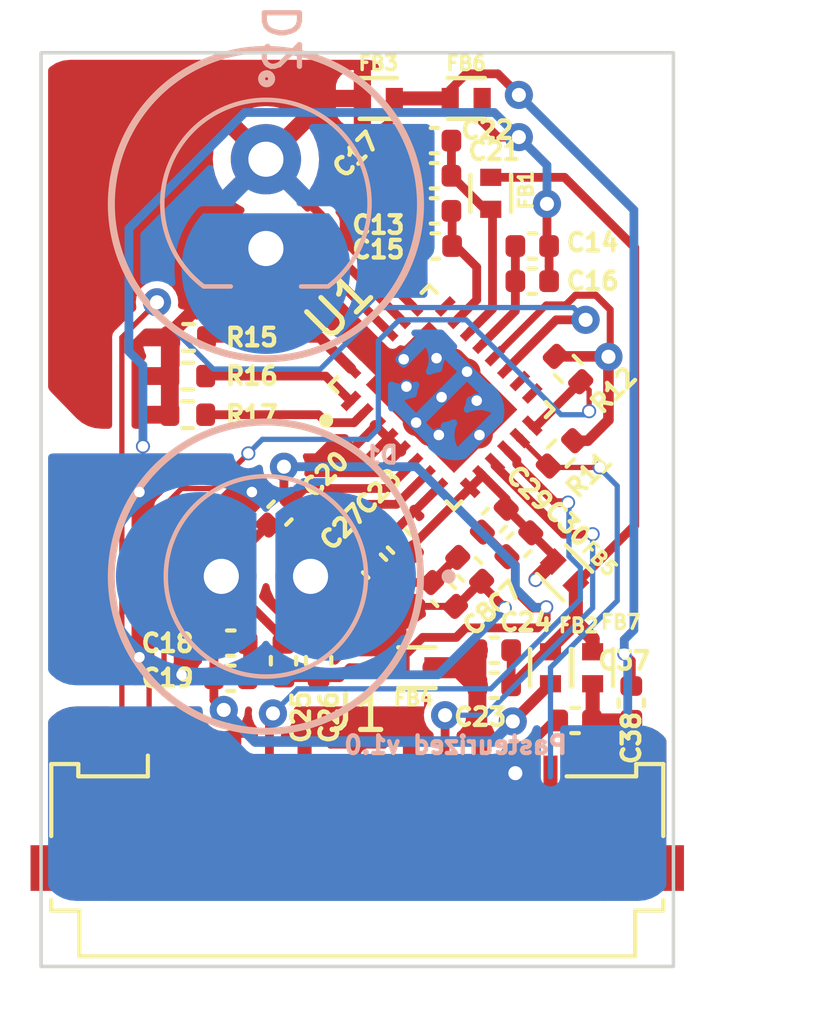
<source format=kicad_pcb>
(kicad_pcb (version 20211014) (generator pcbnew)
  (layers (0 "F.Cu" signal) (1 "In1.Cu" power) (2 "In2.Cu" power) (31 "B.Cu" signal) (34 "B.Paste" user) (35 "F.Paste" user) (36 "B.SilkS" user "B.Silkscreen") (37 "F.SilkS" user "F.Silkscreen") (38 "B.Mask" user) (39 "F.Mask" user) (44 "Edge.Cuts" user))
  (net 0 "")
  (net 1 "/AVDD_DUT_3P3V")
  (net 2 "GND1")
  (net 3 "/VDD_3P3")
  (net 4 "GND3")
  (net 5 "GND")
  (net 6 "/VDD_LED")
  (net 7 "GND2")
  (net 8 "/IOVDD_DUT")
  (net 9 "/VDD_EXT_3P3")
  (net 10 "/SCL_S")
  (net 11 "/SDA_S")
  (net 12 "/GP1")
  (net 13 "/GP2")
  (net 16 "/VSYNC_RST")
  (net 17 "Net-(D1-PadC)")
  (net 18 "Net-(D2-Pad2)")
  (net 19 "Net-(R15-Pad2)")
  (net 20 "Net-(R16-Pad2)")
  (net 21 "Net-(R17-Pad2)")
  (net 22 "Net-(C13-Pad2)")
  (net 23 "Net-(C14-Pad1)")
  (net 24 "Net-(C17-Pad2)")
  (footprint "Capacitor_SMD:C_0402_1005Metric" (layer "F.Cu") (at 137.8 76.7 180)
    (fp_text reference "C21")
    (fp_text value "1uF")
  )
  (footprint "Capacitor_SMD:C_0402_1005Metric" (layer "F.Cu") (at 136.0929 87.8071 135)
    (fp_text reference "C27")
    (fp_text value "1uF")
  )
  (footprint "Capacitor_SMD:C_0402_1005Metric" (layer "F.Cu") (at 132 91 180)
    (fp_text reference "C19")
    (fp_text value "1uF")
  )
  (footprint "Capacitor_SMD:C_0402_1005Metric" (layer "F.Cu") (at 140.58 78.7)
    (fp_text reference "C14")
    (fp_text value "100nF")
  )
  (footprint "Capacitor_SMD:C_0402_1005Metric" (layer "F.Cu") (at 133.5 90.5 -90)
    (fp_text reference "C25")
    (fp_text value "1uF")
  )
  (footprint "Capacitor_SMD:C_0402_1005Metric" (layer "F.Cu") (at 138.8 87.9 -45)
    (fp_text reference "C7")
    (fp_text value "100nF")
  )
  (footprint "Capacitor_SMD:C_0402_1005Metric" (layer "F.Cu") (at 139.5 91.2 180)
    (fp_text reference "C23")
    (fp_text value "1uF")
  )
  (footprint "Capacitor_SMD:C_0402_1005Metric" (layer "F.Cu") (at 136.8 87.1 -45)
    (fp_text reference "C28")
    (fp_text value "100nF")
  )
  (footprint "Resistor_SMD:R_0402_1005Metric" (layer "F.Cu") (at 141.6 82.2 135)
    (fp_text reference "R12")
    (fp_text value "2.2k")
  )
  (footprint "Capacitor_SMD:C_0402_1005Metric" (layer "F.Cu") (at 140.2 87.2 45)
    (fp_text reference "C30")
    (fp_text value "100nF")
  )
  (footprint "Capacitor_SMD:C_0201_0603Metric" (layer "F.Cu") (at 134.434315 77.234314 -135)
    (fp_text reference "C17")
    (fp_text value "6pF")
  )
  (footprint "Resistor_SMD:R_0402_1005Metric" (layer "F.Cu") (at 141.4 84.6 45)
    (fp_text reference "R11")
    (fp_text value "2.2k")
  )
  (footprint "Capacitor_SMD:C_0402_1005Metric" (layer "F.Cu") (at 138.0575 88.6142 135)
    (fp_text reference "C8")
    (fp_text value "100nF")
  )
  (footprint "Capacitor_SMD:C_0402_1005Metric" (layer "F.Cu") (at 132 90)
    (fp_text reference "C18")
    (fp_text value "100nF")
  )
  (footprint "Capacitor_SMD:C_0402_1005Metric" (layer "F.Cu") (at 137.82 78.7 180)
    (fp_text reference "C15")
    (fp_text value "1uF")
  )
  (footprint "BEADC1005X50N:BEADC1005X50N" (layer "F.Cu") (at 142.3 90.7 -90)
    (fp_text reference "FB7")
    (fp_text value "FerriteBead_Small")
  )
  (footprint "BEADC1005X50N:BEADC1005X50N" (layer "F.Cu") (at 141.5 88 135)
    (fp_text reference "FB5")
    (fp_text value "FerriteBead_Small")
  )
  (footprint "Resistor_SMD:R_0402_1005Metric" (layer "F.Cu") (at 130.775 83.5)
    (fp_text reference "R17")
    (fp_text value "0")
  )
  (footprint "BEADC1005X50N:BEADC1005X50N" (layer "F.Cu") (at 137.3 90.7 180)
    (fp_text reference "FB4")
    (fp_text value "FerriteBead_Small")
  )
  (footprint "Capacitor_SMD:C_0402_1005Metric" (layer "F.Cu") (at 133.4 86.3 -135)
    (fp_text reference "C20")
    (fp_text value "1uF")
  )
  (footprint "OPT3101RHFR:IC_OPT3101RHFR" (layer "F.Cu") (at 138 83 45)
    (fp_text reference "U1")
    (fp_text value "OPT3101RHFR")
  )
  (footprint "Capacitor_SMD:C_0402_1005Metric" (layer "F.Cu") (at 134.5 90.5 90)
    (fp_text reference "C26")
    (fp_text value "100nF")
  )
  (footprint "Capacitor_SMD:C_0402_1005Metric" (layer "F.Cu") (at 137.8 77.7)
    (fp_text reference "C13")
    (fp_text value "100nF")
  )
  (footprint "BEADC1005X50N:BEADC1005X50N" (layer "F.Cu") (at 141.1 90.7 -90)
    (fp_text reference "FB2")
    (fp_text value "FerriteBead_Small")
  )
  (footprint "BEADC1005X50N:BEADC1005X50N" (layer "F.Cu") (at 136.2 74.5 180)
    (fp_text reference "FB3")
    (fp_text value "FerriteBead_Small")
  )
  (footprint "BEADC1005X50N:BEADC1005X50N" (layer "F.Cu") (at 138.7 74.5)
    (fp_text reference "FB6")
    (fp_text value "FerriteBead_Small")
  )
  (footprint "BEADC1005X50N:BEADC1005X50N" (layer "F.Cu") (at 139.4 77.2 -90)
    (fp_text reference "FB1")
    (fp_text value "FerriteBead_Small")
  )
  (footprint "Capacitor_SMD:C_0402_1005Metric" (layer "F.Cu") (at 143.4 91.7 90)
    (fp_text reference "C37")
    (fp_text value "1uF")
  )
  (footprint "Resistor_SMD:R_0402_1005Metric" (layer "F.Cu") (at 130.8 81.3)
    (fp_text reference "R15")
    (fp_text value "0")
  )
  (footprint "Capacitor_SMD:C_0402_1005Metric" (layer "F.Cu") (at 137.8 75.7)
    (fp_text reference "C22")
    (fp_text value "100nF")
  )
  (footprint "Capacitor_SMD:C_0402_1005Metric" (layer "F.Cu") (at 139.5 86.5 -135)
    (fp_text reference "C29")
    (fp_text value "1uF")
  )
  (footprint "Resistor_SMD:R_0402_1005Metric" (layer "F.Cu") (at 130.775 82.4)
    (fp_text reference "R16")
    (fp_text value "0")
  )
  (footprint "Connector_FFC-FPC:Molex_200528-0120_1x12-1MP_P1.00mm_Horizontal" (layer "F.Cu") (at 135.6 94.61)
    (fp_text reference "J1")
    (fp_text value "Conn_01x12_Male")
  )
  (footprint "Capacitor_SMD:C_0402_1005Metric" (layer "F.Cu") (at 139.5 90.2)
    (fp_text reference "C24")
    (fp_text value "100nF")
  )
  (footprint "Capacitor_SMD:C_0402_1005Metric" (layer "F.Cu") (at 140.58 79.7 180)
    (fp_text reference "C16")
    (fp_text value "1uF")
  )
  (footprint "Capacitor_SMD:C_0402_1005Metric" (layer "F.Cu") (at 141.8 92.2)
    (fp_text reference "C38")
    (fp_text value "100nF")
  )
  (footprint "SFH213FA:XDCR_SFH_213_FA" (layer "B.Cu") (at 133 77.5 -90)
    (fp_text reference "D2")
    (fp_text value "SFH_213_FA")
  )
  (footprint "SFH4550:DIO_SFH_4550" (layer "B.Cu") (at 133 88.1 180)
    (fp_text reference "D1")
    (fp_text value "SFH_4550")
  )
  (gr_circle (center 133 88.106938) (end 137.4 88.106938) (layer "B.SilkS") (width 0.2) (fill none))
  (gr_circle (center 133 77.506938) (end 137.4 77.506938) (layer "B.SilkS") (width 0.2) (fill none))
  (gr_rect (start 126.6 73.2) (end 144.6 99.2) (layer "Edge.Cuts") (width 0.1) (fill none))
  (gr_text "Pasteurized v1.0" (at 138.4 92.9) (layer "B.SilkS") (effects (font (size 0.5 0.5) (thickness 0.125)) (justify mirror)))
  (segment (start 139.235 77.655) (end 138.28 76.7) (width 0.25) (layer "F.Cu") (net 1))
  (segment (start 139.45 77.705) (end 139.45 80.4898) (width 0.25) (layer "F.Cu") (net 1))
  (segment (start 139.116 80.8237) (end 138.8135 81.1262) (width 0.25) (layer "F.Cu") (net 1))
  (segment (start 139.4 77.655) (end 139.45 77.705) (width 0.25) (layer "F.Cu") (net 1))
  (segment (start 139.4 77.655) (end 139.235 77.655) (width 0.25) (layer "F.Cu") (net 1))
  (segment (start 138.8135 81.1262) (end 138.8132 81.1262) (width 0.25) (layer "F.Cu") (net 1))
  (segment (start 138.28 76.7) (end 138.28 75.7) (width 0.25) (layer "F.Cu") (net 1))
  (segment (start 139.45 80.4898) (end 139.116 80.8237) (width 0.25) (layer "F.Cu") (net 1))
  (segment (start 133 76.23) (end 134.73 74.5) (width 0.25) (layer "F.Cu") (net 2))
  (segment (start 134.1 80) (end 134.3 80.2) (width 0.3) (layer "F.Cu") (net 2))
  (segment (start 138 83) (end 136.939 81.939) (width 0.8) (layer "F.Cu") (net 2))
  (segment (start 136.921662 81.921662) (end 137.856274 81.891352) (width 0.6) (layer "F.Cu") (net 2))
  (segment (start 136.6 78.7) (end 136.1 79.2) (width 0.25) (layer "F.Cu") (net 2))
  (segment (start 138 83) (end 139.061 84.061) (width 0.8) (layer "F.Cu") (net 2))
  (segment (start 131.18 80.3) (end 134.4 80.3) (width 0.4) (layer "F.Cu") (net 2))
  (segment (start 137.32 78.7) (end 137.32 77.7) (width 0.25) (layer "F.Cu") (net 2))
  (segment (start 138 83) (end 137.292554 83.707446) (width 0.8) (layer "F.Cu") (net 2))
  (segment (start 130.29 81.19) (end 131.18 80.3) (width 0.4) (layer "F.Cu") (net 2))
  (segment (start 138 83) (end 138.707446 82.292554) (width 0.8) (layer "F.Cu") (net 2))
  (segment (start 135.772614 81.833274) (end 134.43934 80.5) (width 0.3) (layer "F.Cu") (net 2))
  (segment (start 137.856274 81.891352) (end 138.37123 81.921662) (width 0.6) (layer "F.Cu") (net 2))
  (segment (start 137.3 83) (end 137 82.7) (width 0.8) (layer "F.Cu") (net 2))
  (segment (start 134.5 80.4) (end 134.3 80.4) (width 0.3) (layer "F.Cu") (net 2))
  (segment (start 137.32 75.7) (end 137.3 75.72) (width 0.25) (layer "F.Cu") (net 2))
  (segment (start 134.4 80.3) (end 134.5 80.4) (width 0.4) (layer "F.Cu") (net 2))
  (segment (start 137.921662 84.078338) (end 137.62877 84.078338) (width 0.6) (layer "F.Cu") (net 2))
  (segment (start 136.126167 81.479721) (end 135.952944 81.652944) (width 0.3) (layer "F.Cu") (net 2))
  (segment (start 134.582739 79.9) (end 134.2 79.9) (width 0.3) (layer "F.Cu") (net 2))
  (segment (start 135.7726 81.8333) (end 135.773 81.8333) (width 0.25) (layer "F.Cu") (net 2))
  (segment (start 138.7248 82.1163) (end 138.7248 82.2752) (width 0.25) (layer "F.Cu") (net 2))
  (segment (start 137.34 78.7) (end 137.32 78.7) (width 0.25) (layer "F.Cu") (net 2))
  (segment (start 138.725 82.2752) (end 138.725 82.1161) (width 0.25) (layer "F.Cu") (net 2))
  (segment (start 130.29 81.3) (end 130.29 81.19) (width 0.4) (layer "F.Cu") (net 2))
  (segment (start 136.126167 81.47972) (end 136.126167 81.479721) (width 0.3) (layer "F.Cu") (net 2))
  (segment (start 135.952944 81.652944) (end 135.78843 81.817458) (width 0.3) (layer "F.Cu") (net 2))
  (segment (start 137.3 76.68) (end 137.32 76.7) (width 0.25) (layer "F.Cu") (net 2))
  (segment (start 138.725 82.1161) (end 138.7248 82.1163) (width 0.25) (layer "F.Cu") (net 2))
  (segment (start 134.73 74.5) (end 135.745 74.5) (width 0.25) (layer "F.Cu") (net 2))
  (segment (start 136.1 79.2) (end 136.1 79.332233) (width 0.25) (layer "F.Cu") (net 2))
  (segment (start 137.32 77.7) (end 137.32 76.7) (width 0.25) (layer "F.Cu") (net 2))
  (segment (start 137.34 78.7) (end 136.6 78.7) (width 0.25) (layer "F.Cu") (net 2))
  (segment (start 136.1 79.332233) (end 137.186827 80.41906) (width 0.25) (layer "F.Cu") (net 2))
  (segment (start 138 83) (end 137.3 83) (width 0.8) (layer "F.Cu") (net 2))
  (segment (start 134.2 79.9) (end 134.1 80) (width 0.3) (layer "F.Cu") (net 2))
  (segment (start 136.126167 81.443428) (end 134.582739 79.9) (width 0.3) (layer "F.Cu") (net 2))
  (segment (start 138.37123 81.921662) (end 138.724784 82.275216) (width 0.6) (layer "F.Cu") (net 2))
  (segment (start 136.922 81.9217) (end 136.9217 81.9217) (width 0.25) (layer "F.Cu") (net 2))
  (segment (start 133.45 76.68) (end 133 76.23) (width 0.25) (layer "F.Cu") (net 2))
  (segment (start 137.3 75.72) (end 137.3 76.68) (width 0.25) (layer "F.Cu") (net 2))
  (segment (start 139.078338 84.078338) (end 137.921662 84.078338) (width 0.6) (layer "F.Cu") (net 2))
  (segment (start 136.126167 81.47972) (end 136.126167 81.443428) (width 0.3) (layer "F.Cu") (net 2))
  (segment (start 135.952944 81.652944) (end 134.7 80.4) (width 0.3) (layer "F.Cu") (net 2))
  (segment (start 137.62877 84.078338) (end 137.275216 83.724784) (width 0.6) (layer "F.Cu") (net 2))
  (segment (start 137 82.7) (end 135.7 81.4) (width 0.8) (layer "F.Cu") (net 2))
  (segment (start 134.7 80.4) (end 134.5 80.4) (width 0.3) (layer "F.Cu") (net 2))
  (segment (start 134.3 80.2) (end 134.7 80.2) (width 0.3) (layer "F.Cu") (net 2))
  (via (at 139 83.1) (size 0.4) (drill 0.3) (layers "F.Cu" "B.Cu") (net 2))
  (via (at 137 82.7) (size 0.4) (drill 0.3) (layers "F.Cu" "B.Cu") (net 2))
  (via (at 137.921662 84.078338) (size 0.4) (drill 0.3) (layers "F.Cu" "B.Cu") (net 2))
  (via (at 137.856274 81.891352) (size 0.4) (drill 0.3) (layers "F.Cu" "B.Cu") (net 2))
  (segment (start 139.0783 84.0783) (end 139.078 84.0783) (width 0.25) (layer "B.Cu") (net 2))
  (segment (start 137.4166 83.8662) (end 137.2752 83.7248) (width 0.25) (layer "B.Cu") (net 2))
  (segment (start 137.275 83.7248) (end 137.4166 83.8662) (width 0.25) (layer "B.Cu") (net 2))
  (segment (start 141.1 90.245) (end 140.935 90.245) (width 0.25) (layer "F.Cu") (net 3))
  (segment (start 140.935 90.245) (end 139.98 91.2) (width 0.25) (layer "F.Cu") (net 3))
  (segment (start 141.1 90.245) (end 141.1 90.121734) (width 0.4) (layer "F.Cu") (net 3))
  (segment (start 141.1 90.121734) (end 141.821734 89.4) (width 0.4) (layer "F.Cu") (net 3))
  (segment (start 142.3 89.878266) (end 141.821734 89.4) (width 0.4) (layer "F.Cu") (net 3))
  (segment (start 141.821734 89.4) (end 141.821734 88.321734) (width 0.4) (layer "F.Cu") (net 3))
  (segment (start 143.5 86.6437) (end 143.5 78.745) (width 0.25) (layer "F.Cu") (net 3))
  (segment (start 141.1 90.245) (end 141.075 90.22) (width 0.4) (layer "F.Cu") (net 3))
  (segment (start 139.98 91.2) (end 139.98 90.2) (width 0.25) (layer "F.Cu") (net 3))
  (segment (start 142.3 90.245) (end 142.3 89.878266) (width 0.4) (layer "F.Cu") (net 3))
  (segment (start 141.822 88.3217) (end 143.5 86.6437) (width 0.25) (layer "F.Cu") (net 3))
  (segment (start 143.5 78.745) (end 141.5 76.745) (width 0.25) (layer "F.Cu") (net 3))
  (segment (start 141.5 76.745) (end 139.4 76.745) (width 0.25) (layer "F.Cu") (net 3))
  (segment (start 140.9 92.500978) (end 140.9 92.5) (width 0.25) (layer "F.Cu") (net 4))
  (segment (start 140.2 74.4) (end 139.6 73.8) (width 0.25) (layer "F.Cu") (net 4))
  (segment (start 143.2 90.3) (end 143.4 90.5) (width 0.25) (layer "F.Cu") (net 4))
  (segment (start 138.245 74.255) (end 138.245 74.5) (width 0.25) (layer "F.Cu") (net 4))
  (segment (start 137.755 90.7) (end 138.52 90.7) (width 0.6) (layer "F.Cu") (net 4))
  (segment (start 143.4 90.5) (end 143.4 91.22) (width 0.25) (layer "F.Cu") (net 4))
  (segment (start 140.9 92.5) (end 141.2 92.2) (width 0.25) (layer "F.Cu") (net 4))
  (segment (start 138.52 90.7) (end 139.02 90.2) (width 0.6) (layer "F.Cu") (net 4))
  (segment (start 140.1 93.300978) (end 140.9 92.500978) (width 0.25) (layer "F.Cu") (net 4))
  (segment (start 140.1 93.8) (end 140.1 93.300978) (width 0.25) (layer "F.Cu") (net 4))
  (segment (start 141.2 92.2) (end 141.32 92.2) (width 0.25) (layer "F.Cu") (net 4))
  (segment (start 139.02 91.2) (end 138.52 90.7) (width 0.6) (layer "F.Cu") (net 4))
  (segment (start 136.655 74.5) (end 138.245 74.5) (width 0.4) (layer "F.Cu") (net 4))
  (segment (start 139.6 73.8) (end 138.7 73.8) (width 0.25) (layer "F.Cu") (net 4))
  (segment (start 138.7 73.8) (end 138.245 74.255) (width 0.25) (layer "F.Cu") (net 4))
  (via (at 143.2 90.3) (size 0.4) (drill 0.3) (layers "F.Cu" "B.Cu") (net 4))
  (via (at 140.2 74.4) (size 0.8) (drill 0.4) (layers "F.Cu" "B.Cu") (net 4))
  (via (at 140.1 93.7) (size 0.8) (drill 0.4) (layers "F.Cu" "B.Cu") (net 4))
  (segment (start 143.3 94) (end 142.5 94.8) (width 0.25) (layer "B.Cu") (net 4))
  (segment (start 140.49896 94.8) (end 140.1 94.40104) (width 0.25) (layer "B.Cu") (net 4))
  (segment (start 132.1 94.3) (end 132.6 94.8) (width 0.2) (layer "B.Cu") (net 4))
  (segment (start 142.5 94.8) (end 140.49896 94.8) (width 0.25) (layer "B.Cu") (net 4))
  (segment (start 143.474511 77.674511) (end 140.2 74.4) (width 0.25) (layer "B.Cu") (net 4))
  (segment (start 143.474511 89.625489) (end 143.474511 77.674511) (width 0.25) (layer "B.Cu") (net 4))
  (segment (start 140.1 94.40104) (end 140.1 93.7) (width 0.25) (layer "B.Cu") (net 4))
  (segment (start 134.1 94.40104) (end 134.1 93.8) (width 0.2) (layer "B.Cu") (net 4))
  (segment (start 133.70104 94.8) (end 134.1 94.40104) (width 0.2) (layer "B.Cu") (net 4))
  (segment (start 143.2 90.3) (end 143.2 89.9) (width 0.25) (layer "B.Cu") (net 4))
  (segment (start 132.1 93.8) (end 132.1 94.3) (width 0.2) (layer "B.Cu") (net 4))
  (segment (start 143.2 90.3) (end 143.3 90.4) (width 0.25) (layer "B.Cu") (net 4))
  (segment (start 143.3 90.4) (end 143.3 94) (width 0.25) (layer "B.Cu") (net 4))
  (segment (start 140.1 93.7) (end 140.1 93.471072) (width 0.25) (layer "B.Cu") (net 4))
  (segment (start 143.2 89.9) (end 143.474511 89.625489) (width 0.25) (layer "B.Cu") (net 4))
  (segment (start 132.6 94.8) (end 133.70104 94.8) (width 0.2) (layer "B.Cu") (net 4))
  (segment (start 136.8298 84.5168) (end 136.8298 84.5167) (width 0.25) (layer "F.Cu") (net 5))
  (segment (start 139.6 75.6) (end 140.2 75.6) (width 0.25) (layer "F.Cu") (net 5))
  (segment (start 136.8298 84.5167) (end 136.8296 84.5167) (width 0.25) (layer "F.Cu") (net 5))
  (segment (start 139.155 74.5) (end 139.155 75.155) (width 0.25) (layer "F.Cu") (net 5))
  (segment (start 138.425 88.9536) (end 138.782 88.5965) (width 0.25) (layer "F.Cu") (net 5))
  (segment (start 138.7823 88.5965) (end 139.1394 88.2394) (width 0.25) (layer "F.Cu") (net 5))
  (segment (start 136.1261 83.8133) (end 136.1261 83.8134) (width 0.25) (layer "F.Cu") (net 5))
  (segment (start 135.7535 87.4676) (end 135.753 87.4675) (width 0.25) (layer "F.Cu") (net 5))
  (segment (start 139.139411 88.339411) (end 139.8 89) (width 0.25) (layer "F.Cu") (net 5))
  (segment (start 136.48 84.1667) (end 136.48 84.167) (width 0.25) (layer "F.Cu") (net 5))
  (segment (start 138.782 88.5965) (end 138.7823 88.5965) (width 0.25) (layer "F.Cu") (net 5))
  (segment (start 136.377419 88.953611) (end 138.396911 88.953611) (width 0.2) (layer "F.Cu") (net 5))
  (segment (start 139.155 75.155) (end 139.6 75.6) (width 0.25) (layer "F.Cu") (net 5))
  (segment (start 137.8939 85.5812) (end 137.501 85.9741) (width 0.25) (layer "F.Cu") (net 5))
  (segment (start 136.461 86.7606) (end 136.146 87.0749) (width 0.25) (layer "F.Cu") (net 5))
  (segment (start 136.3055 83.9926) (end 136.3056 83.9926) (width 0.25) (layer "F.Cu") (net 5))
  (segment (start 139.139411 88.239411) (end 139.139411 88.339411) (width 0.25) (layer "F.Cu") (net 5))
  (segment (start 135.753489 88.329681) (end 136.377419 88.953611) (width 0.2) (layer "F.Cu") (net 5))
  (segment (start 136.1261 83.8134) (end 136.126 83.8133) (width 0.25) (layer "F.Cu") (net 5))
  (segment (start 141 77.5) (end 141 78.64) (width 0.25) (layer "F.Cu") (net 5))
  (segment (start 136.714 86.7606) (end 137.501 85.9741) (width 0.25) (layer "F.Cu") (net 5))
  (segment (start 136.485 84.1719) (end 136.3055 83.9926) (width 0.25) (layer "F.Cu") (net 5))
  (segment (start 138.397 88.9536) (end 138.3969 88.9536) (width 0.25) (layer "F.Cu") (net 5))
  (segment (start 135.753 87.4675) (end 135.753 87.4677) (width 0.25) (layer "F.Cu") (net 5))
  (segment (start 141.06 79.257) (end 141.06 78.7) (width 0.25) (layer "F.Cu") (net 5))
  (segment (start 141 78.64) (end 141.06 78.7) (width 0.25) (layer "F.Cu") (net 5))
  (segment (start 141.06 79.7) (end 141.06 79.257) (width 0.25) (layer "F.Cu") (net 5))
  (segment (start 137.8939 85.5809) (end 137.8939 85.5812) (width 0.25) (layer "F.Cu") (net 5))
  (segment (start 136.485 84.1719) (end 136.659 84.3461) (width 0.25) (layer "F.Cu") (net 5))
  (segment (start 136.8333 84.5203) (end 136.8298 84.5168) (width 0.25) (layer "F.Cu") (net 5))
  (segment (start 138.782 88.5965) (end 139.139 88.2394) (width 0.25) (layer "F.Cu") (net 5))
  (segment (start 136.3055 83.9926) (end 136.1261 83.8134) (width 0.25) (layer "F.Cu") (net 5))
  (segment (start 135.754 87.4677) (end 135.7535 87.4676) (width 0.25) (layer "F.Cu") (net 5))
  (segment (start 138.397 88.9536) (end 138.425 88.9536) (width 0.25) (layer "F.Cu") (net 5))
  (segment (start 136.8296 84.5167) (end 136.659 84.3461) (width 0.25) (layer "F.Cu") (net 5))
  (segment (start 135.753489 87.467689) (end 135.753489 88.329681) (width 0.2) (layer "F.Cu") (net 5))
  (segment (start 136.48 84.167) (end 136.485 84.1719) (width 0.25) (layer "F.Cu") (net 5))
  (segment (start 136.1262 83.8132) (end 136.1261 83.8133) (width 0.25) (layer "F.Cu") (net 5))
  (segment (start 136.146 87.0749) (end 136.461 86.7606) (width 0.25) (layer "F.Cu") (net 5))
  (segment (start 136.4606 86.7606) (end 136.461 86.7606) (width 0.25) (layer "F.Cu") (net 5))
  (segment (start 135.7535 87.4676) (end 135.7535 87.4677) (width 0.25) (layer "F.Cu") (net 5))
  (segment (start 136.461 86.7606) (end 136.714 86.7606) (width 0.25) (layer "F.Cu") (net 5))
  (segment (start 136.3056 83.9926) (end 136.4797 84.1667) (width 0.25) (layer "F.Cu") (net 5))
  (segment (start 136.146 87.0749) (end 135.753 87.4675) (width 0.25) (layer "F.Cu") (net 5))
  (via (at 130.6 90.9) (size 0.4) (drill 0.3) (layers "F.Cu" "B.Cu") (net 5))
  (via (at 140.2 75.6) (size 0.8) (drill 0.4) (layers "F.Cu" "B.Cu") (net 5))
  (via (at 129.4 90.4) (size 0.4) (drill 0.3) (layers "F.Cu" "B.Cu") (net 5))
  (via (at 129.5 84.4) (size 0.4) (drill 0.3) (layers "F.Cu" "B.Cu") (net 5))
  (via (at 141 77.5) (size 0.8) (drill 0.4) (layers "F.Cu" "B.Cu") (net 5))
  (via (at 129.4 85.7) (size 0.4) (drill 0.3) (layers "F.Cu" "B.Cu") (net 5))
  (via (at 139.8 89) (size 0.4) (drill 0.3) (layers "F.Cu" "B.Cu") (net 5))
  (via (at 132.6 85.7) (size 0.4) (drill 0.3) (layers "F.Cu" "B.Cu") (net 5))
  (segment (start 129.5 84.4) (end 129.5 82.1) (width 0.25) (layer "B.Cu") (net 5))
  (segment (start 129.1 78.2) (end 132.4 74.9) (width 0.25) (layer "B.Cu") (net 5))
  (segment (start 129.5 82.1) (end 129.1 81.7) (width 0.25) (layer "B.Cu") (net 5))
  (segment (start 139.5 74.9) (end 140.2 75.6) (width 0.25) (layer "B.Cu") (net 5))
  (segment (start 129.1 81.7) (end 129.1 78.2) (width 0.25) (layer "B.Cu") (net 5))
  (segment (start 141 77.3) (end 141 77.5) (width 0.25) (layer "B.Cu") (net 5))
  (segment (start 139.8 89) (end 137.9 90.9) (width 0.25) (layer "B.Cu") (net 5))
  (segment (start 140.2 75.6) (end 141 76.4) (width 0.25) (layer "B.Cu") (net 5))
  (segment (start 137.9 90.9) (end 130.6 90.9) (width 0.25) (layer "B.Cu") (net 5))
  (segment (start 132.4 74.9) (end 139.5 74.9) (width 0.25) (layer "B.Cu") (net 5))
  (segment (start 141 76.4) (end 141 77.3) (width 0.25) (layer "B.Cu") (net 5))
  (segment (start 132.8393 86.8612) (end 132.396 87.3047) (width 0.25) (layer "F.Cu") (net 6))
  (segment (start 131.52 91.62) (end 131.8 91.9) (width 0.25) (layer "F.Cu") (net 6))
  (segment (start 140.028056 92.226944) (end 141.1 91.155) (width 0.3) (layer "F.Cu") (net 6))
  (segment (start 131.73 87.97) (end 132.396 87.3047) (width 0.25) (layer "F.Cu") (net 6))
  (segment (start 131.52 88.31) (end 131.73 88.1) (width 0.25) (layer "F.Cu") (net 6))
  (segment (start 131.52 91) (end 131.52 90) (width 0.25) (layer "F.Cu") (net 6))
  (segment (start 133.0606 86.6399) (end 133.0606 86.6394) (width 0.25) (layer "F.Cu") (net 6))
  (segment (start 133.5 89.87) (end 131.73 88.1) (width 0.25) (layer "F.Cu") (net 6))
  (segment (start 132.396 87.3047) (end 133.061 86.6396) (width 0.25) (layer "F.Cu") (net 6))
  (segment (start 133.061 86.6394) (end 132.8393 86.8612) (width 0.25) (layer "F.Cu") (net 6))
  (segment (start 131.52 90) (end 131.52 88.31) (width 0.25) (layer "F.Cu") (net 6))
  (segment (start 134.5 90.02) (end 133.5 90.02) (width 0.25) (layer "F.Cu") (net 6))
  (segment (start 133.5 90.02) (end 133.5 89.87) (width 0.25) (layer "F.Cu") (net 6))
  (segment (start 131.73 88.1) (end 131.73 87.97) (width 0.25) (layer "F.Cu") (net 6))
  (segment (start 133.061 86.6396) (end 133.061 86.6394) (width 0.25) (layer "F.Cu") (net 6))
  (segment (start 132.8393 86.8612) (end 133.0606 86.6399) (width 0.25) (layer "F.Cu") (net 6))
  (segment (start 131.52 91) (end 131.52 91.62) (width 0.25) (layer "F.Cu") (net 6))
  (segment (start 140.026944 92.226944) (end 140.028056 92.226944) (width 0.3) (layer "F.Cu") (net 6))
  (via (at 140.026944 92.226944) (size 0.8) (drill 0.4) (layers "F.Cu" "B.Cu") (net 6))
  (via (at 131.8 91.9) (size 0.8) (drill 0.4) (layers "F.Cu" "B.Cu") (net 6))
  (segment (start 140.026944 92.226944) (end 139.453888 92.8) (width 0.3) (layer "B.Cu") (net 6))
  (segment (start 139.453888 92.8) (end 132.7 92.8) (width 0.3) (layer "B.Cu") (net 6))
  (segment (start 132.7 92.8) (end 131.8 91.9) (width 0.3) (layer "B.Cu") (net 6))
  (segment (start 135.384 90.7) (end 136.845 90.7) (width 0.25) (layer "F.Cu") (net 7))
  (segment (start 133.739 85.9604) (end 133.739 85.9606) (width 0.25) (layer "F.Cu") (net 7))
  (segment (start 138.68759 89.56548) (end 138.41548 89.83759) (width 0.25) (layer "F.Cu") (net 7))
  (segment (start 140.73452 89.56548) (end 138.68759 89.56548) (width 0.25) (layer "F.Cu") (net 7))
  (segment (start 137.1868 84.8738) (end 137.187 84.8738) (width 0.25) (layer "F.Cu") (net 7))
  (segment (start 132.48 91) (end 133.48 91) (width 0.25) (layer "F.Cu") (net 7))
  (segment (start 139.1606 86.8394) (end 139.161 86.8394) (width 0.25) (layer "F.Cu") (net 7))
  (segment (start 140.6 89) (end 140.1 88.5) (width 0.25) (layer "F.Cu") (net 7))
  (segment (start 140.979122 88.979122) (end 140.979122 89.320878) (width 0.25) (layer "F.Cu") (net 7))
  (segment (start 134.1 85.6) (end 136.461 85.6) (width 0.25) (layer "F.Cu") (net 7))
  (segment (start 137.46241 89.83759) (end 136.9 90.4) (width 0.25) (layer "F.Cu") (net 7))
  (segment (start 139.861 87.5394) (end 139.861 87.539) (width 0.25) (layer "F.Cu") (net 7))
  (segment (start 133.92 85.7803) (end 134.1 85.6) (width 0.25) (layer "F.Cu") (net 7))
  (segment (start 134.5 90.98) (end 135.104 90.98) (width 0.25) (layer "F.Cu") (net 7))
  (segment (start 140.979122 88.979122) (end 140.958244 89) (width 0.25) (layer "F.Cu") (net 7))
  (segment (start 137.187 84.8738) (end 137.187 84.8741) (width 0.25) (layer "F.Cu") (net 7))
  (segment (start 137.187 84.8741) (end 136.824 85.2369) (width 0.25) (layer "F.Cu") (net 7))
  (segment (start 138.41548 89.83759) (end 137.46241 89.83759) (width 0.25) (layer "F.Cu") (net 7))
  (segment (start 132.48 90) (end 132.48 91) (width 0.25) (layer "F.Cu") (net 7))
  (segment (start 133.7394 85.9606) (end 133.739 85.9606) (width 0.25) (layer "F.Cu") (net 7))
  (segment (start 136.824 85.2369) (end 137.187 84.8738) (width 0.25) (layer "F.Cu") (net 7))
  (segment (start 139.8606 87.5394) (end 139.861 87.5394) (width 0.25) (layer "F.Cu") (net 7))
  (segment (start 133.513 84.979) (end 133.513 85.7341) (width 0.25) (layer "F.Cu") (net 7))
  (segment (start 133.5 90.98) (end 134.5 90.98) (width 0.25) (layer "F.Cu") (net 7))
  (segment (start 139.861 87.539) (end 139.161 86.8394) (width 0.25) (layer "F.Cu") (net 7))
  (segment (start 140.979122 89.320878) (end 140.73452 89.56548) (width 0.25) (layer "F.Cu") (net 7))
  (segment (start 133.92 85.7803) (end 133.739 85.9604) (width 0.25) (layer "F.Cu") (net 7))
  (segment (start 136.461 85.6) (end 136.824 85.2369) (width 0.25) (layer "F.Cu") (net 7))
  (segment (start 134.5 90.98) (end 135.104 90.98) (width 0.25) (layer "F.Cu") (net 7))
  (segment (start 135.104 90.98) (end 135.384 90.7) (width 0.25) (layer "F.Cu") (net 7))
  (segment (start 140.958244 89) (end 140.6 89) (width 0.25) (layer "F.Cu") (net 7))
  (segment (start 133.513 85.7341) (end 133.739 85.9606) (width 0.25) (layer "F.Cu") (net 7))
  (segment (start 140.1 87.778822) (end 139.860589 87.539411) (width 0.25) (layer "F.Cu") (net 7))
  (segment (start 140.1 88.5) (end 140.1 87.778822) (width 0.25) (layer "F.Cu") (net 7))
  (segment (start 139.861 87.539) (end 139.861 87.5394) (width 0.25) (layer "F.Cu") (net 7))
  (segment (start 133.739 85.9606) (end 133.92 85.7803) (width 0.25) (layer "F.Cu") (net 7))
  (segment (start 133.48 91) (end 133.5 90.98) (width 0.25) (layer "F.Cu") (net 7))
  (via (at 140.979122 88.979122) (size 0.4) (drill 0.3) (layers "F.Cu" "B.Cu") (net 7))
  (via (at 133.513 84.979) (size 0.8) (drill 0.4) (layers "F.Cu" "B.Cu") (net 7))
  (segment (start 140.099989 87.799989) (end 137.279 84.979) (width 0.25) (layer "B.Cu") (net 7))
  (segment (start 140.64114 88.979122) (end 140.099989 88.437971) (width 0.25) (layer "B.Cu") (net 7))
  (segment (start 140.979122 88.979122) (end 140.64114 88.979122) (width 0.25) (layer "B.Cu") (net 7))
  (segment (start 137.279 84.979) (end 133.513 84.979) (width 0.25) (layer "B.Cu") (net 7))
  (segment (start 140.099989 88.437971) (end 140.099989 87.799989) (width 0.25) (layer "B.Cu") (net 7))
  (segment (start 138.813 85.5809) (end 138.813 85.5808) (width 0.25) (layer "F.Cu") (net 8))
  (segment (start 142.739376 81.839376) (end 141.239376 81.839376) (width 0.3) (layer "F.Cu") (net 8))
  (segment (start 142.75 83.65) (end 142.75 81.85) (width 0.3) (layer "F.Cu") (net 8))
  (segment (start 142.160624 84.239376) (end 142.75 83.65) (width 0.3) (layer "F.Cu") (net 8))
  (segment (start 138.432289 87.560589) (end 137.718089 88.274789) (width 0.25) (layer "F.Cu") (net 8))
  (segment (start 138.8132 85.5809) (end 138.813 85.5809) (width 0.25) (layer "F.Cu") (net 8))
  (segment (start 139.167 85.2274) (end 139.839 85.9001) (width 0.25) (layer "F.Cu") (net 8))
  (segment (start 139.0619 85.1218) (end 139.0619 85.1226) (width 0.2398) (layer "F.Cu") (net 8))
  (segment (start 141.810741 80.1) (end 142.389259 80.1) (width 0.2) (layer "F.Cu") (net 8))
  (segment (start 137.1394 87.4394) (end 137.139 87.4394) (width 0.25) (layer "F.Cu") (net 8))
  (segment (start 138.813 85.5808) (end 139.167 85.2274) (width 0.25) (layer "F.Cu") (net 8))
  (segment (start 139.062 85.1218) (end 139.062 85.1223) (width 0.25) (layer "F.Cu") (net 8))
  (segment (start 142.799511 80.510252) (end 142.799511 81.800489) (width 0.2) (layer "F.Cu") (net 8))
  (segment (start 139.062 85.1218) (end 139.062 85.1223) (width 0.2398) (layer "F.Cu") (net 8))
  (segment (start 141.178 87.4994) (end 140.539 86.8606) (width 0.25) (layer "F.Cu") (net 8))
  (segment (start 141.178 87.6783) (end 141.178 87.4994) (width 0.25) (layer "F.Cu") (net 8))
  (segment (start 139.062 85.1223) (end 139.062 85.1226) (width 0.2398) (layer "F.Cu") (net 8))
  (segment (start 139.1667 85.2274) (end 139.0619 85.1226) (width 0.25) (layer "F.Cu") (net 8))
  (segment (start 137.139 87.4394) (end 137.139 87.2547) (width 0.25) (layer "F.Cu") (net 8))
  (segment (start 139.0619 85.1218) (end 139.0619 85.1223) (width 0.25) (layer "F.Cu") (net 8))
  (segment (start 140.978073 80.375481) (end 141.53526 80.375481) (width 0.2) (layer "F.Cu") (net 8))
  (segment (start 137.139 87.2547) (end 138.813 85.5809) (width 0.25) (layer "F.Cu") (net 8))
  (segment (start 136.432 88.1465) (end 137.139 87.4394) (width 0.25) (layer "F.Cu") (net 8))
  (segment (start 139.0619 85.1223) (end 139.167 85.2274) (width 0.25) (layer "F.Cu") (net 8))
  (segment (start 141.760624 84.239376) (end 142.160624 84.239376) (width 0.3) (layer "F.Cu") (net 8))
  (segment (start 137.718089 88.274789) (end 136.560589 88.274789) (width 0.25) (layer "F.Cu") (net 8))
  (segment (start 139.52028 81.833274) (end 140.978073 80.375481) (width 0.2) (layer "F.Cu") (net 8))
  (segment (start 139.062 85.1223) (end 139.167 85.2274) (width 0.25) (layer "F.Cu") (net 8))
  (segment (start 141.53526 80.375481) (end 141.810741 80.1) (width 0.2) (layer "F.Cu") (net 8))
  (segment (start 138.460589 87.560589) (end 138.432289 87.560589) (width 0.25) (layer "F.Cu") (net 8))
  (segment (start 140.6745 88.182032) (end 141.178266 87.678266) (width 0.4) (layer "F.Cu") (net 8))
  (segment (start 139.167 85.2274) (end 139.062 85.1226) (width 0.25) (layer "F.Cu") (net 8))
  (segment (start 136.4323 88.1465) (end 136.432 88.1465) (width 0.25) (layer "F.Cu") (net 8))
  (segment (start 140.6745 88.2) (end 140.6745 88.182032) (width 0.4) (layer "F.Cu") (net 8))
  (segment (start 142.75 81.85) (end 142.739376 81.839376) (width 0.3) (layer "F.Cu") (net 8))
  (segment (start 139.839 86.1606) (end 140.539 86.8606) (width 0.25) (layer "F.Cu") (net 8))
  (segment (start 139.8394 86.1606) (end 139.839 86.1606) (width 0.25) (layer "F.Cu") (net 8))
  (segment (start 139.839 85.9001) (end 139.839 86.1606) (width 0.25) (layer "F.Cu") (net 8))
  (segment (start 138.813 85.5809) (end 138.813 85.5808) (width 0.25) (layer "F.Cu") (net 8))
  (segment (start 136.560589 88.274789) (end 136.432311 88.146511) (width 0.25) (layer "F.Cu") (net 8))
  (segment (start 142.799511 81.800489) (end 142.75 81.85) (width 0.2) (layer "F.Cu") (net 8))
  (segment (start 142.389259 80.1) (end 142.799511 80.510252) (width 0.2) (layer "F.Cu") (net 8))
  (via (at 142.75 81.85) (size 0.8) (drill 0.4) (layers "F.Cu" "B.Cu") (net 8))
  (via (at 140.6745 88.2) (size 0.4) (drill 0.3) (layers "F.Cu" "B.Cu") (net 8))
  (segment (start 136.1 94.2) (end 136.7 94.8) (width 0.4) (layer "F.Cu") (net 9))
  (segment (start 142.3 92.18) (end 142.28 92.2) (width 0.4) (layer "F.Cu") (net 9))
  (segment (start 141.749022 94.8) (end 141.99048 94.558542) (width 0.4) (layer "F.Cu") (net 9))
  (segment (start 142.3 91.255) (end 142.3 92.18) (width 0.4) (layer "F.Cu") (net 9))
  (segment (start 136.1 93.8) (end 136.1 94.2) (width 0.4) (layer "F.Cu") (net 9))
  (segment (start 141.99048 94.558542) (end 141.99048 93.70952) (width 0.4) (layer "F.Cu") (net 9))
  (segment (start 142.28 92.2) (end 143.28 92.2) (width 0.4) (layer "F.Cu") (net 9))
  (segment (start 143.28 92.2) (end 143.3 92.18) (width 0.4) (layer "F.Cu") (net 9))
  (segment (start 136.7 94.8) (end 141.749022 94.8) (width 0.4) (layer "F.Cu") (net 9))
  (segment (start 141.99048 93.70952) (end 142.28 93.42) (width 0.4) (layer "F.Cu") (net 9))
  (segment (start 142.28 93.42) (end 142.28 92.2) (width 0.4) (layer "F.Cu") (net 9))
  (segment (start 141.078752 85) (end 141.039376 84.960624) (width 0.3) (layer "F.Cu") (net 10))
  (segment (start 141.0394 84.9606) (end 141.039 84.9606) (width 0.25) (layer "F.Cu") (net 10))
  (segment (start 140.2274 84.1667) (end 140.2272 84.1667) (width 0.25) (layer "F.Cu") (net 10))
  (segment (start 140.2272 84.1667) (end 140.227 84.1669) (width 0.25) (layer "F.Cu") (net 10))
  (segment (start 141.039 84.9606) (end 141.021 84.9606) (width 0.25) (layer "F.Cu") (net 10))
  (segment (start 142.4755 85) (end 141.078752 85) (width 0.15) (layer "F.Cu") (net 10))
  (segment (start 141.021 84.9606) (end 140.227 84.1669) (width 0.15) (layer "F.Cu") (net 10))
  (via (at 142.5 85) (size 0.4) (drill 0.3) (layers "F.Cu" "B.Cu") (net 10))
  (segment (start 143 85.5245) (end 143 88.794296) (width 0.15) (layer "B.Cu") (net 10))
  (segment (start 141.1 90.694296) (end 141.1 93.8) (width 0.15) (layer "B.Cu") (net 10))
  (segment (start 142.4755 85) (end 143 85.5245) (width 0.15) (layer "B.Cu") (net 10))
  (segment (start 143 88.794296) (end 141.1 90.694296) (width 0.15) (layer "B.Cu") (net 10))
  (segment (start 141.9606 82.5606) (end 141.961 82.5606) (width 0.25) (layer "F.Cu") (net 11))
  (segment (start 142.2 83.4) (end 142.2 82.8) (width 0.15) (layer "F.Cu") (net 11))
  (segment (start 140.581 83.8132) (end 140.5809 83.8132) (width 0.25) (layer "F.Cu") (net 11))
  (segment (start 141.648 82.8737) (end 141.961 82.5609) (width 0.25) (layer "F.Cu") (net 11))
  (segment (start 129.675001 90.924999) (end 130.1 90.5) (width 0.15) (layer "F.Cu") (net 11))
  (segment (start 130.1 93.8) (end 129.675001 93.375001) (width 0.15) (layer "F.Cu") (net 11))
  (segment (start 141.961 82.5609) (end 141.961 82.5606) (width 0.25) (layer "F.Cu") (net 11))
  (segment (start 130.6 85.6) (end 131.5 85.6) (width 0.15) (layer "F.Cu") (net 11))
  (segment (start 131.5 85.6) (end 132.5 84.6) (width 0.15) (layer "F.Cu") (net 11))
  (segment (start 140.708 83.8132) (end 141.648 82.8737) (width 0.25) (layer "F.Cu") (net 11))
  (segment (start 142.2 82.8) (end 141.960624 82.560624) (width 0.15) (layer "F.Cu") (net 11))
  (segment (start 130.1 86.1) (end 130.6 85.6) (width 0.15) (layer "F.Cu") (net 11))
  (segment (start 130.1 90.5) (end 130.1 86.1) (width 0.15) (layer "F.Cu") (net 11))
  (segment (start 141.961 82.5606) (end 141.648 82.8737) (width 0.25) (layer "F.Cu") (net 11))
  (segment (start 140.581 83.8132) (end 140.708 83.8132) (width 0.25) (layer "F.Cu") (net 11))
  (segment (start 129.675001 93.375001) (end 129.675001 90.924999) (width 0.15) (layer "F.Cu") (net 11))
  (via (at 132.5 84.6) (size 0.4) (drill 0.3) (layers "F.Cu" "B.Cu") (net 11))
  (via (at 142.2 83.4) (size 0.4) (drill 0.3) (layers "F.Cu" "B.Cu") (net 11))
  (segment (start 132.9 84.2) (end 135.9 84.2) (width 0.15) (layer "B.Cu") (net 11))
  (segment (start 132.5 84.6) (end 132.9 84.2) (width 0.15) (layer "B.Cu") (net 11))
  (segment (start 141.4 83.5) (end 142.1 83.5) (width 0.15) (layer "B.Cu") (net 11))
  (segment (start 142.1 83.5) (end 142.2 83.4) (width 0.15) (layer "B.Cu") (net 11))
  (segment (start 136.2 81.4) (end 136.8 80.8) (width 0.15) (layer "B.Cu") (net 11))
  (segment (start 135.9 84.2) (end 136.2 83.9) (width 0.15) (layer "B.Cu") (net 11))
  (segment (start 136.8 80.8) (end 138.7 80.8) (width 0.15) (layer "B.Cu") (net 11))
  (segment (start 136.2 83.9) (end 136.2 81.4) (width 0.15) (layer "B.Cu") (net 11))
  (segment (start 138.7 80.8) (end 141.4 83.5) (width 0.15) (layer "B.Cu") (net 11))
  (segment (start 139.52028 84.873833) (end 139.52028 84.944895) (width 0.25) (layer "F.Cu") (net 12))
  (segment (start 139.537673 84.962255) (end 141.475418 86.9) (width 0.25) (layer "F.Cu") (net 12))
  (segment (start 139.52028 84.944895) (end 139.537673 84.962255) (width 0.25) (layer "F.Cu") (net 12))
  (segment (start 138.1 92.0505) (end 138.1 93.8) (width 0.25) (layer "F.Cu") (net 12))
  (segment (start 141.475418 86.9) (end 142.2 86.9) (width 0.25) (layer "F.Cu") (net 12))
  (via (at 138.1 92.0505) (size 0.8) (drill 0.4) (layers "F.Cu" "B.Cu") (net 12))
  (via (at 142.3 86.9) (size 0.4) (drill 0.3) (layers "F.Cu" "B.Cu") (net 12))
  (segment (start 139.2495 92.0505) (end 142.3 89) (width 0.15) (layer "B.Cu") (net 12))
  (segment (start 142.3 89) (end 142.3 86.9) (width 0.15) (layer "B.Cu") (net 12))
  (segment (start 138.1 92.0505) (end 139.2495 92.0505) (width 0.15) (layer "B.Cu") (net 12))
  (segment (start 140.14079 84.787237) (end 140.14079 84.902817) (width 0.25) (layer "F.Cu") (net 13))
  (segment (start 133.1 92.1) (end 133.2 92) (width 0.25) (layer "F.Cu") (net 13))
  (segment (start 133.1 93.8) (end 133.1 92.1) (width 0.25) (layer "F.Cu") (net 13))
  (segment (start 141.237973 86) (end 141.6 86) (width 0.25) (layer "F.Cu") (net 13))
  (segment (start 140.14079 84.902817) (end 141.237973 86) (width 0.25) (layer "F.Cu") (net 13))
  (segment (start 139.873833 84.52028) (end 140.14079 84.787237) (width 0.25) (layer "F.Cu") (net 13))
  (via (at 141.6 86) (size 0.4) (drill 0.3) (layers "F.Cu" "B.Cu") (net 13))
  (via (at 133.2 92) (size 0.8) (drill 0.4) (layers "F.Cu" "B.Cu") (net 13))
  (segment (start 139.4 91.3) (end 141.95048 88.74952) (width 0.15) (layer "B.Cu") (net 13))
  (segment (start 141.95048 88.74952) (end 141.95048 87.85048) (width 0.15) (layer "B.Cu") (net 13))
  (segment (start 133.2 92) (end 133.9 91.3) (width 0.15) (layer "B.Cu") (net 13))
  (segment (start 141.625489 87.525489) (end 141.625489 86.074511) (width 0.15) (layer "B.Cu") (net 13))
  (segment (start 133.9 91.3) (end 139.4 91.3) (width 0.15) (layer "B.Cu") (net 13))
  (segment (start 141.95048 87.85048) (end 141.625489 87.525489) (width 0.15) (layer "B.Cu") (net 13))
  (segment (start 135.1 93.85997) (end 135.1 93.8) (width 0.25) (layer "F.Cu") (net 16))
  (segment (start 141.26066 80.8) (end 139.873833 82.186827) (width 0.25) (layer "F.Cu") (net 16))
  (segment (start 128.9 93.65997) (end 129.789541 94.549511) (width 0.15) (layer "F.Cu") (net 16))
  (segment (start 134.410459 94.549511) (end 135.1 93.85997) (width 0.15) (layer "F.Cu") (net 16))
  (segment (start 129.789541 94.549511) (end 134.410459 94.549511) (width 0.15) (layer "F.Cu") (net 16))
  (segment (start 128.9 81.3) (end 128.9 93.65997) (width 0.15) (layer "F.Cu") (net 16))
  (segment (start 129.9 80.3) (end 128.9 81.3) (width 0.15) (layer "F.Cu") (net 16))
  (segment (start 142.1 80.8) (end 141.26066 80.8) (width 0.25) (layer "F.Cu") (net 16))
  (via (at 142.1 80.8) (size 0.8) (drill 0.4) (layers "F.Cu" "B.Cu") (net 16))
  (via (at 129.9 80.3) (size 0.8) (drill 0.4) (layers "F.Cu" "B.Cu") (net 16))
  (segment (start 129.9 80.3) (end 129.9 80.6) (width 0.15) (layer "B.Cu") (net 16))
  (segment (start 131.5 82.2) (end 134.550481 82.2) (width 0.15) (layer "B.Cu") (net 16))
  (segment (start 129.9 80.6) (end 131.5 82.2) (width 0.15) (layer "B.Cu") (net 16))
  (segment (start 136.3 80.450481) (end 141.750481 80.450481) (width 0.15) (layer "B.Cu") (net 16))
  (segment (start 141.750481 80.450481) (end 142.1 80.8) (width 0.15) (layer "B.Cu") (net 16))
  (segment (start 134.550481 82.2) (end 136.3 80.450481) (width 0.15) (layer "B.Cu") (net 16))
  (segment (start 137.129 85.6384) (end 137.54 85.2274) (width 0.25) (layer "F.Cu") (net 17))
  (segment (start 137.54 85.2274) (end 137.5404 85.2274) (width 0.25) (layer "F.Cu") (net 17))
  (segment (start 134.27 88.1) (end 134.27 86.73) (width 0.25) (layer "F.Cu") (net 17))
  (segment (start 136.718 86.0495) (end 137.129 85.6384) (width 0.25) (layer "F.Cu") (net 17))
  (segment (start 134.95 86.0495) (end 136.718 86.0495) (width 0.25) (layer "F.Cu") (net 17))
  (segment (start 134.27 86.73) (end 134.95 86.0495) (width 0.25) (layer "F.Cu") (net 17))
  (segment (start 136.48 81.1262) (end 135.302 79.9481) (width 0.25) (layer "F.Cu") (net 18))
  (segment (start 133 78.77) (end 134.124 78.77) (width 0.25) (layer "F.Cu") (net 18))
  (segment (start 134.124 78.77) (end 135.302 79.9481) (width 0.25) (layer "F.Cu") (net 18))
  (segment (start 135.302 79.9481) (end 136.48 81.1258) (width 0.25) (layer "F.Cu") (net 18))
  (segment (start 136.4797 81.1262) (end 136.48 81.1262) (width 0.25) (layer "F.Cu") (net 18))
  (segment (start 136.48 81.1258) (end 136.48 81.1262) (width 0.25) (layer "F.Cu") (net 18))
  (segment (start 134.532233 81.3) (end 131.31 81.3) (width 0.3) (layer "F.Cu") (net 19))
  (segment (start 135.41906 82.186827) (end 134.532233 81.3) (width 0.3) (layer "F.Cu") (net 19))
  (segment (start 135.419 83.1061) (end 135.4191 83.1061) (width 0.25) (layer "F.Cu") (net 20))
  (segment (start 131.285 82.4) (end 134.7 82.4) (width 0.25) (layer "F.Cu") (net 20))
  (segment (start 134.7 82.4) (end 135.406 83.1061) (width 0.25) (layer "F.Cu") (net 20))
  (segment (start 135.406 83.1061) (end 135.419 83.1061) (width 0.25) (layer "F.Cu") (net 20))
  (segment (start 135.505624 83.726576) (end 135.7726 83.4596) (width 0.25) (layer "F.Cu") (net 21))
  (segment (start 134.726576 83.726576) (end 135.505624 83.726576) (width 0.25) (layer "F.Cu") (net 21))
  (segment (start 131.285 83.5) (end 134.5 83.5) (width 0.25) (layer "F.Cu") (net 21))
  (segment (start 134.5 83.5) (end 134.726576 83.726576) (width 0.25) (layer "F.Cu") (net 21))
  (segment (start 138.4596 80.7726) (end 138.7298 80.5024) (width 0.25) (layer "F.Cu") (net 22))
  (segment (start 138.3 78.7) (end 138.3 77.72) (width 0.25) (layer "F.Cu") (net 22))
  (segment (start 138.7298 80.5024) (end 138.73 80.5024) (width 0.25) (layer "F.Cu") (net 22))
  (segment (start 139 80.2322) (end 138.73 80.5024) (width 0.25) (layer "F.Cu") (net 22))
  (segment (start 139 79.3) (end 139 80.2322) (width 0.25) (layer "F.Cu") (net 22))
  (segment (start 138.4 78.7) (end 139 79.3) (width 0.25) (layer "F.Cu") (net 22))
  (segment (start 138.3 77.72) (end 138.28 77.7) (width 0.25) (layer "F.Cu") (net 22))
  (segment (start 138.3 78.7) (end 138.4 78.7) (width 0.25) (layer "F.Cu") (net 22))
  (segment (start 140.1 80.546446) (end 140.1 79.7) (width 0.25) (layer "F.Cu") (net 23))
  (segment (start 139.166726 81.47972) (end 140.1 80.546446) (width 0.25) (layer "F.Cu") (net 23))
  (segment (start 140.1 78.7) (end 140.1 79.7) (width 0.25) (layer "F.Cu") (net 23))
  (segment (start 134.208041 77.460588) (end 134.208041 77.460589) (width 0.25) (layer "F.Cu") (net 24))
  (segment (start 134.773726 78.026274) (end 134.773726 78.713026) (width 0.25) (layer "F.Cu") (net 24))
  (segment (start 135.7 79.63934) (end 136.833274 80.772614) (width 0.25) (layer "F.Cu") (net 24))
  (segment (start 134.773726 78.713026) (end 135.7 79.6393) (width 0.25) (layer "F.Cu") (net 24))
  (segment (start 134.208041 77.460589) (end 134.773726 78.026274) (width 0.25) (layer "F.Cu") (net 24))
  (segment (start 135.7 79.6393) (end 135.7 79.63934) (width 0.25) (layer "F.Cu") (net 24))
  (zone (net 5) (net_name "GND") (layers "F.Cu" "In1.Cu" "In2.Cu" "B.Cu") (priority 9) (connect_pads (clearance 0.2)) (min_thickness 0.2) (fill yes (thermal_gap 0.508) (thermal_bridge_width 0.508) (smoothing fillet) (radius 1))
    (polygon (pts (xy 138.15 85.45) (xy 138.2 88.2) (xy 138.2 88.7) (xy 137.9 88.9) (xy 137.9 89.2) (xy 137.6 89.2) (xy 137 89.6) (xy 137 91) (xy 136.5 91.2) (xy 129.4 91.2) (xy 125.9 91.2) (xy 125.9 85.5) (xy 126.8 84.6) (xy 127.6 84.6) (xy 134.4 84.6) (xy 135.6 83.4) (xy 136.15 83.45)))
  )
  (zone (net 2) (net_name "GND1") (layers "F.Cu" "In1.Cu" "B.Cu") (priority 2) (connect_pads (clearance 0.2)) (min_thickness 0.2) (fill yes (thermal_gap 0.508) (thermal_bridge_width 0.508) (smoothing fillet) (radius 1))
    (polygon (pts (xy 136.3 74.2) (xy 137.7 75.3) (xy 137.8 75.4) (xy 137.8 78.9) (xy 137.6 79.1) (xy 137.6 80.2) (xy 137.4 80.4) (xy 138.8 81.9) (xy 138.8 82) (xy 140.2 83.4) (xy 138.4 85.2) (xy 135.7 82.6) (xy 136 82.3) (xy 134.5 80.8) (xy 130.8 80.8) (xy 130.8 83.9) (xy 127.9 83.9) (xy 126.289241 82.244482) (xy 126.189521 74.149608) (xy 127.1 73.4) (xy 136.3 73.4)))
  )
  (zone (net 4) (net_name "GND3") (layers "F.Cu" "In1.Cu" "B.Cu") (priority 2) (connect_pads (clearance 0.2)) (min_thickness 0.2) (fill yes (thermal_gap 0.508) (thermal_bridge_width 0.508) (smoothing fillet) (radius 1))
    (polygon (pts (xy 139.3 92.335511) (xy 144.9 92.335511) (xy 144.9 97.335511) (xy 126.3 97.335511) (xy 126.3 91.8) (xy 134.9 91.8) (xy 137.5 91.8) (xy 137.506522 90.64167) (xy 138.3 90.635511) (xy 138.7 90.235511) (xy 138.7 89.835511) (xy 139.3 89.835511)))
  )
)
</source>
